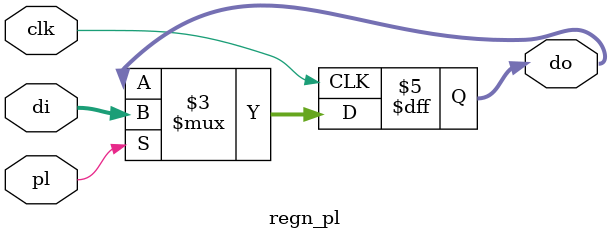
<source format=v>
`timescale 1ns / 1ps


module regn_pl#(parameter n=32)(input clk,input pl,input [n-1:0] di,output reg [n-1:0] do=0);
always@(posedge clk)
begin
if(pl)
    do<=di;
end
endmodule

</source>
